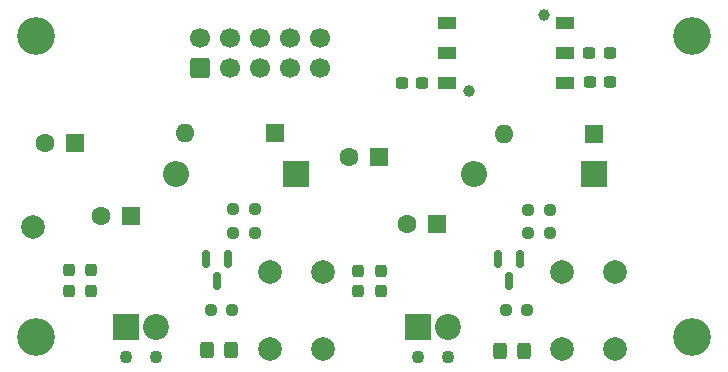
<source format=gts>
G04 #@! TF.GenerationSoftware,KiCad,Pcbnew,8.0.0-rc1*
G04 #@! TF.CreationDate,2025-07-19T19:19:54+02:00*
G04 #@! TF.ProjectId,Pneumatic control unit system,506e6575-6d61-4746-9963-20636f6e7472,rev?*
G04 #@! TF.SameCoordinates,Original*
G04 #@! TF.FileFunction,Soldermask,Top*
G04 #@! TF.FilePolarity,Negative*
%FSLAX46Y46*%
G04 Gerber Fmt 4.6, Leading zero omitted, Abs format (unit mm)*
G04 Created by KiCad (PCBNEW 8.0.0-rc1) date 2025-07-19 19:19:54*
%MOMM*%
%LPD*%
G01*
G04 APERTURE LIST*
G04 Aperture macros list*
%AMRoundRect*
0 Rectangle with rounded corners*
0 $1 Rounding radius*
0 $2 $3 $4 $5 $6 $7 $8 $9 X,Y pos of 4 corners*
0 Add a 4 corners polygon primitive as box body*
4,1,4,$2,$3,$4,$5,$6,$7,$8,$9,$2,$3,0*
0 Add four circle primitives for the rounded corners*
1,1,$1+$1,$2,$3*
1,1,$1+$1,$4,$5*
1,1,$1+$1,$6,$7*
1,1,$1+$1,$8,$9*
0 Add four rect primitives between the rounded corners*
20,1,$1+$1,$2,$3,$4,$5,0*
20,1,$1+$1,$4,$5,$6,$7,0*
20,1,$1+$1,$6,$7,$8,$9,0*
20,1,$1+$1,$8,$9,$2,$3,0*%
G04 Aperture macros list end*
%ADD10RoundRect,0.237500X0.250000X0.237500X-0.250000X0.237500X-0.250000X-0.237500X0.250000X-0.237500X0*%
%ADD11R,1.600000X1.600000*%
%ADD12O,1.600000X1.600000*%
%ADD13R,2.200000X2.200000*%
%ADD14O,2.200000X2.200000*%
%ADD15C,2.000000*%
%ADD16C,1.000000*%
%ADD17RoundRect,0.275000X-0.525000X-0.275000X0.525000X-0.275000X0.525000X0.275000X-0.525000X0.275000X0*%
%ADD18RoundRect,0.237500X0.237500X-0.300000X0.237500X0.300000X-0.237500X0.300000X-0.237500X-0.300000X0*%
%ADD19C,3.200000*%
%ADD20RoundRect,0.250000X0.600000X-0.600000X0.600000X0.600000X-0.600000X0.600000X-0.600000X-0.600000X0*%
%ADD21C,1.700000*%
%ADD22C,1.100000*%
%ADD23C,2.200000*%
%ADD24RoundRect,0.150000X-0.150000X0.587500X-0.150000X-0.587500X0.150000X-0.587500X0.150000X0.587500X0*%
%ADD25RoundRect,0.250000X0.325000X0.450000X-0.325000X0.450000X-0.325000X-0.450000X0.325000X-0.450000X0*%
%ADD26RoundRect,0.237500X-0.300000X-0.237500X0.300000X-0.237500X0.300000X0.237500X-0.300000X0.237500X0*%
%ADD27RoundRect,0.237500X0.300000X0.237500X-0.300000X0.237500X-0.300000X-0.237500X0.300000X-0.237500X0*%
%ADD28C,1.600000*%
G04 APERTURE END LIST*
D10*
X65562500Y-48250000D03*
X63737500Y-48250000D03*
D11*
X44250000Y-33250000D03*
D12*
X36630000Y-33250000D03*
D10*
X67500000Y-39750000D03*
X65675000Y-39750000D03*
D13*
X71250000Y-36750000D03*
D14*
X61090000Y-36750000D03*
D15*
X43750000Y-51500000D03*
X43750000Y-45000000D03*
X48250000Y-51500000D03*
X48250000Y-45000000D03*
D10*
X67500000Y-41756250D03*
X65675000Y-41756250D03*
D15*
X68500000Y-51500000D03*
X68500000Y-45000000D03*
X73000000Y-51500000D03*
X73000000Y-45000000D03*
X23700000Y-41200000D03*
D13*
X46000000Y-36750000D03*
D14*
X35840000Y-36750000D03*
D16*
X60600000Y-29660000D03*
X67000000Y-23260000D03*
D17*
X58800000Y-23920000D03*
X58800000Y-26460000D03*
X58800000Y-29000000D03*
X68800000Y-29000000D03*
X68800000Y-26460000D03*
X68800000Y-23920000D03*
D10*
X40612500Y-48250000D03*
X38787500Y-48250000D03*
D18*
X26750000Y-46612500D03*
X26750000Y-44887500D03*
X51250000Y-46662500D03*
X51250000Y-44937500D03*
D19*
X24000000Y-50500000D03*
D18*
X53200000Y-46662500D03*
X53200000Y-44937500D03*
D20*
X37840000Y-27750000D03*
D21*
X37840000Y-25210000D03*
X40380000Y-27750000D03*
X40380000Y-25210000D03*
X42920000Y-27750000D03*
X42920000Y-25210000D03*
X45460000Y-27750000D03*
X45460000Y-25210000D03*
X48000000Y-27750000D03*
X48000000Y-25210000D03*
D19*
X79500000Y-50500000D03*
D22*
X31600000Y-52186860D03*
X34140000Y-52186860D03*
D13*
X31600000Y-49646860D03*
D23*
X34140000Y-49646860D03*
D24*
X40250000Y-43925000D03*
X38350000Y-43925000D03*
X39300000Y-45800000D03*
D18*
X28600000Y-46600000D03*
X28600000Y-44875000D03*
D10*
X42500000Y-41725000D03*
X40675000Y-41725000D03*
X42500000Y-39725000D03*
X40675000Y-39725000D03*
D25*
X65334360Y-51700000D03*
X63284360Y-51700000D03*
D26*
X70887500Y-28960000D03*
X72612500Y-28960000D03*
D11*
X71200000Y-33300000D03*
D12*
X63580000Y-33300000D03*
D24*
X64975000Y-43901250D03*
X63075000Y-43901250D03*
X64025000Y-45776250D03*
D19*
X24000000Y-25000000D03*
D27*
X56675000Y-29060000D03*
X54950000Y-29060000D03*
D26*
X70837500Y-26460000D03*
X72562500Y-26460000D03*
D25*
X40528750Y-51653140D03*
X38478750Y-51653140D03*
D19*
X79500000Y-25000000D03*
D22*
X56300610Y-52186860D03*
X58840610Y-52186860D03*
D13*
X56300610Y-49646860D03*
D23*
X58840610Y-49646860D03*
D11*
X32000000Y-40250000D03*
D28*
X29500000Y-40250000D03*
D11*
X53000000Y-35250000D03*
D28*
X50500000Y-35250000D03*
D11*
X57932380Y-40950000D03*
D28*
X55432380Y-40950000D03*
D11*
X27250000Y-34100000D03*
D28*
X24750000Y-34100000D03*
M02*

</source>
